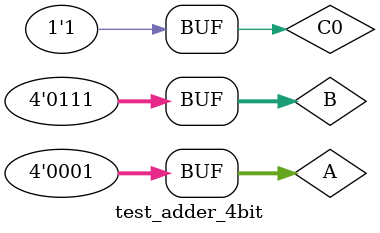
<source format=v>
`timescale 1ns / 1ps



module test_adder_4bit();

	// Inputs
	reg [3:0] A;
	reg [3:0] B;
	reg C0;

	// Outputs
	wire [3:0] S;
	wire C4;

	adder_4bit a4b(A,B,C0,S,C4);

	initial begin
		// Initialize Inputs
			A = 4'b0000; B = 4'b0000; C0 = 4'b0000;
		// Wait 100 ns for global reset to finish
		#100;
			A = 4'b0000; B = 4'b0001; C0 = 4'b0000;
		#100
			A = 4'b0001; B = 4'b0001; C0 = 4'b0000;
		#100
			A = 4'b0001; B = 4'b0011; C0 = 4'b0000;
		#100
			A = 4'b1000; B = 4'b1000; C0 = 4'b0000;
		#100
			A = 4'b0011; B = 4'b0001; C0 = 4'b0001;
		#100
			A = 4'b0111; B = 4'b0001; C0 = 4'b0001;
		#100
			A = 4'b0001; B = 4'b0111; C0 = 4'b0001;
						

        
		// Add stimulus here

	end
      
endmodule

</source>
